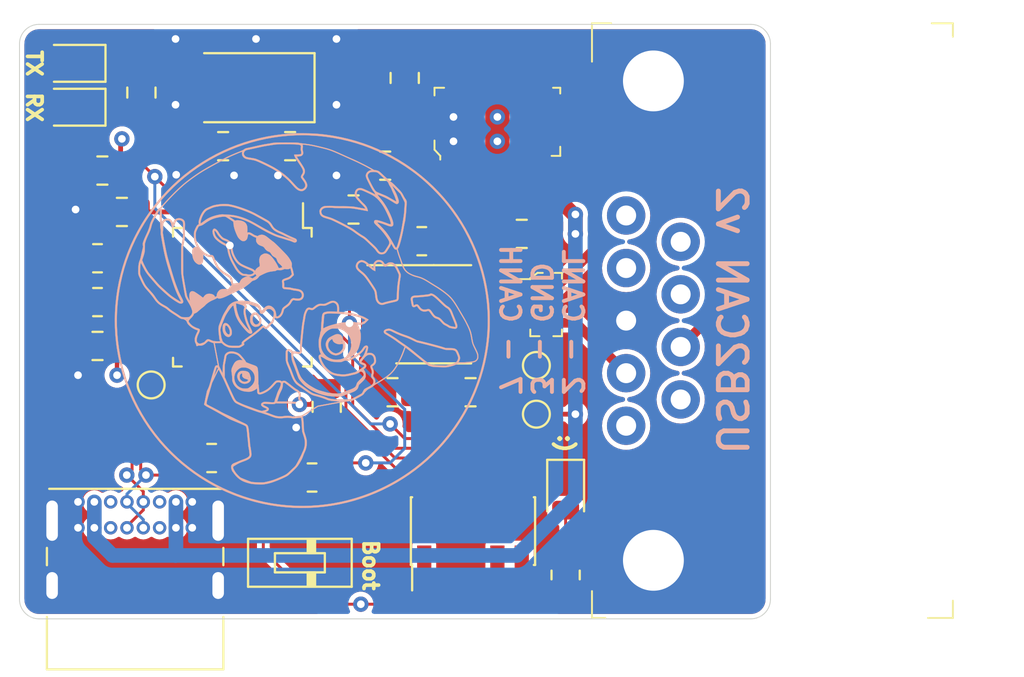
<source format=kicad_pcb>
(kicad_pcb (version 20211014) (generator pcbnew)
  (layers (0 "F.Cu" signal) (1 "In1.Cu" signal) (2 "In2.Cu" signal) (31 "B.Cu" signal) (34 "B.Paste" user) (35 "F.Paste" user) (36 "B.SilkS" user "B.Silkscreen") (37 "F.SilkS" user "F.Silkscreen") (38 "B.Mask" user) (39 "F.Mask" user) (44 "Edge.Cuts" user))
  (net 0 "")
  (net 1 "GND")
  (net 2 "+5V")
  (net 3 "+3V3")
  (net 4 "/NRST")
  (net 5 "Net-(C6-Pad1)")
  (net 6 "Net-(C7-Pad1)")
  (net 7 "Net-(D1-Pad2)")
  (net 8 "Net-(D2-Pad2)")
  (net 9 "Net-(D3-Pad2)")
  (net 10 "/CAN_H")
  (net 11 "/CAN_L")
  (net 25 "Net-(R9-Pad1)")
  (net 27 "/SWO")
  (net 28 "/SWCLK")
  (net 29 "/SWDIO")
  (net 30 "/CAN_TX")
  (net 31 "/LED2")
  (net 32 "/LED1")
  (net 33 "Net-(R9-Pad2)")
  (net 34 "/CAN_RX")
  (net 58 "/USB_D+")
  (net 59 "/USB_D-")
  (net 60 "Net-(TP1-Pad1)")
  (footprint "Capacitor_SMD:C_0805_2012Metric" (layer "F.Cu") (at 154.686 98.298 180)
    (fp_text reference "C3" hide)
    (fp_text value "100nF" hide)
    (pad "1" smd roundrect locked (at -0.95 0 180) (size 1 1.45) (layers "F.Cu" "F.Paste" "F.Mask") (net 2 "+5V"))
    (pad "2" smd roundrect locked (at 0.95 0 180) (size 1 1.45) (layers "F.Cu" "F.Paste" "F.Mask") (net 1 "GND"))
  )
  (footprint "Capacitor_SMD:C_0805_2012Metric" (layer "F.Cu") (at 148.59 90.17 -90)
    (fp_text reference "C5" hide)
    (fp_text value "10uF" hide)
    (pad "1" smd roundrect locked (at -0.95 0 270) (size 1 1.45) (layers "F.Cu" "F.Paste" "F.Mask") (net 3 "+3V3"))
    (pad "2" smd roundrect locked (at 0.95 0 270) (size 1 1.45) (layers "F.Cu" "F.Paste" "F.Mask") (net 1 "GND"))
  )
  (footprint "digikey-footprints:SOT-223" (layer "F.Cu") (at 153.416 92.456)
    (fp_text reference "U2" hide)
    (fp_text value "LD1117S33CTR" hide)
    (pad "1" smd rect locked (at -2.3 3.15) (size 1.5 2.2) (layers "F.Cu" "F.Paste" "F.Mask") (net 1 "GND"))
    (pad "2" smd rect locked (at 0 3.15) (size 1.5 2.2) (layers "F.Cu" "F.Paste" "F.Mask") (net 3 "+3V3"))
    (pad "3" smd rect locked (at 2.3 3.15) (size 1.5 2.2) (layers "F.Cu" "F.Paste" "F.Mask") (net 2 "+5V"))
    (pad "4" smd rect locked (at 0 -3.15) (size 3.8 2.2) (layers "F.Cu" "F.Paste" "F.Mask") (net 3 "+3V3"))
  )
  (footprint "Capacitor_SMD:C_0805_2012Metric" (layer "F.Cu") (at 134.874 90.932 90)
    (fp_text reference "C4" hide)
    (fp_text value "100nF" hide)
    (pad "1" smd roundrect locked (at -0.95 0 90) (size 1 1.45) (layers "F.Cu" "F.Paste" "F.Mask") (net 4 "/NRST"))
    (pad "2" smd roundrect locked (at 0.95 0 90) (size 1 1.45) (layers "F.Cu" "F.Paste" "F.Mask") (net 1 "GND"))
  )
  (footprint "Capacitor_SMD:C_0805_2012Metric" (layer "F.Cu") (at 152.019 106.553)
    (fp_text reference "C2" hide)
    (fp_text value "100nF" hide)
    (pad "1" smd roundrect locked (at -0.95 0) (size 1 1.45) (layers "F.Cu" "F.Paste" "F.Mask") (net 3 "+3V3"))
    (pad "2" smd roundrect locked (at 0.95 0) (size 1 1.45) (layers "F.Cu" "F.Paste" "F.Mask") (net 1 "GND"))
  )
  (footprint "Capacitor_SMD:C_0805_2012Metric" (layer "F.Cu") (at 147.955 106.553 180)
    (fp_text reference "C1" hide)
    (fp_text value "100nF" hide)
    (pad "1" smd roundrect locked (at -0.95 0 180) (size 1 1.45) (layers "F.Cu" "F.Paste" "F.Mask") (net 2 "+5V"))
    (pad "2" smd roundrect locked (at 0.95 0 180) (size 1 1.45) (layers "F.Cu" "F.Paste" "F.Mask") (net 1 "GND"))
  )
  (footprint "Capacitor_SMD:C_0805_2012Metric" (layer "F.Cu") (at 145.923 97.028)
    (fp_text reference "C10" hide)
    (fp_text value "100nF" hide)
    (pad "1" smd roundrect locked (at -0.95 0) (size 1 1.45) (layers "F.Cu" "F.Paste" "F.Mask") (net 3 "+3V3"))
    (pad "2" smd roundrect locked (at 0.95 0) (size 1 1.45) (layers "F.Cu" "F.Paste" "F.Mask") (net 1 "GND"))
  )
  (footprint "Capacitor_SMD:C_0805_2012Metric" (layer "F.Cu") (at 147.574 94.742)
    (fp_text reference "C11" hide)
    (fp_text value "4.7uF" hide)
    (pad "1" smd roundrect locked (at -0.95 0) (size 1 1.45) (layers "F.Cu" "F.Paste" "F.Mask") (net 3 "+3V3"))
    (pad "2" smd roundrect locked (at 0.95 0) (size 1 1.45) (layers "F.Cu" "F.Paste" "F.Mask") (net 1 "GND"))
  )
  (footprint "LED_SMD:LED_0805_2012Metric" (layer "F.Cu") (at 131.318 89.408 180)
    (fp_text reference "D2" hide)
    (fp_text value "LED2" hide)
    (pad "1" smd roundrect locked (at -0.9375 0 180) (size 0.975 1.4) (layers "F.Cu" "F.Paste" "F.Mask") (net 1 "GND"))
    (pad "2" smd roundrect locked (at 0.9375 0 180) (size 0.975 1.4) (layers "F.Cu" "F.Paste" "F.Mask") (net 8 "Net-(D2-Pad2)"))
  )
  (footprint "digikey-footprints:SOT-23-3" (layer "F.Cu") (at 155.956 101.981)
    (fp_text reference "D4" hide)
    (fp_text value "NUP2105LT1G" hide)
    (pad "1" smd rect locked (at -1.05 -0.95) (size 1.3 0.6) (layers "F.Cu" "F.Paste" "F.Mask") (net 10 "/CAN_H"))
    (pad "2" smd rect locked (at -1.05 0.95) (size 1.3 0.6) (layers "F.Cu" "F.Paste" "F.Mask") (net 11 "/CAN_L"))
    (pad "3" smd rect locked (at 1.05 0) (size 1.3 0.6) (layers "F.Cu" "F.Paste" "F.Mask") (net 1 "GND"))
  )
  (footprint "Connector_USB:USB_C_Receptacle_GCT_USB4085" (layer "F.Cu") (at 131.572 112.268)
    (fp_text reference "J1" hide)
    (fp_text value "USB_C_Receptacle_USB2.0" hide)
    (pad "A1" thru_hole circle locked (at 0 0) (size 0.7 0.7) (drill 0.4) (layers *.Cu *.Mask) (net 1 "GND"))
    (pad "A4" thru_hole circle locked (at 0.85 0) (size 0.7 0.7) (drill 0.4) (layers *.Cu *.Mask) (net 2 "+5V"))
    (pad "A5" thru_hole circle locked (at 1.7 0) (size 0.7 0.7) (drill 0.4) (layers *.Cu *.Mask))
    (pad "A6" thru_hole circle locked (at 2.55 0) (size 0.7 0.7) (drill 0.4) (layers *.Cu *.Mask) (net 58 "/USB_D+"))
    (pad "A7" thru_hole circle locked (at 3.4 0) (size 0.7 0.7) (drill 0.4) (layers *.Cu *.Mask) (net 59 "/USB_D-"))
    (pad "A8" thru_hole circle locked (at 4.25 0) (size 0.7 0.7) (drill 0.4) (layers *.Cu *.Mask))
    (pad "A9" thru_hole circle locked (at 5.1 0) (size 0.7 0.7) (drill 0.4) (layers *.Cu *.Mask) (net 2 "+5V"))
    (pad "A12" thru_hole circle locked (at 5.95 0) (size 0.7 0.7) (drill 0.4) (layers *.Cu *.Mask) (net 1 "GND"))
    (pad "B1" thru_hole circle locked (at 5.95 1.35) (size 0.7 0.7) (drill 0.4) (layers *.Cu *.Mask) (net 1 "GND"))
    (pad "B4" thru_hole circle locked (at 5.1 1.35) (size 0.7 0.7) (drill 0.4) (layers *.Cu *.Mask) (net 2 "+5V"))
    (pad "B5" thru_hole circle locked (at 4.25 1.35) (size 0.7 0.7) (drill 0.4) (layers *.Cu *.Mask))
    (pad "B6" thru_hole circle locked (at 3.4 1.35) (size 0.7 0.7) (drill 0.4) (layers *.Cu *.Mask) (net 58 "/USB_D+"))
    (pad "B7" thru_hole circle locked (at 2.55 1.35) (size 0.7 0.7) (drill 0.4) (layers *.Cu *.Mask) (net 59 "/USB_D-"))
    (pad "B8" thru_hole circle locked (at 1.7 1.35) (size 0.7 0.7) (drill 0.4) (layers *.Cu *.Mask))
    (pad "B9" thru_hole circle locked (at 0.85 1.35) (size 0.7 0.7) (drill 0.4) (layers *.Cu *.Mask) (net 2 "+5V"))
    (pad "B12" thru_hole circle locked (at 0 1.35) (size 0.7 0.7) (drill 0.4) (layers *.Cu *.Mask) (net 1 "GND"))
    (pad "S1" thru_hole oval locked (at -1.35 0.98) (size 0.9 2.4) (drill oval 0.6 2.1) (layers *.Cu *.Mask) (net 1 "GND"))
    (pad "S1" thru_hole oval locked (at -1.35 4.36) (size 0.9 1.7) (drill oval 0.6 1.4) (layers *.Cu *.Mask) (net 1 "GND"))
    (pad "S1" thru_hole oval locked (at 7.3 4.36) (size 0.9 1.7) (drill oval 0.6 1.4) (layers *.Cu *.Mask) (net 1 "GND"))
    (pad "S1" thru_hole oval locked (at 7.3 0.98) (size 0.9 2.4) (drill oval 0.6 2.1) (layers *.Cu *.Mask) (net 1 "GND"))
  )
  (footprint "Resistor_SMD:R_0805_2012Metric" (layer "F.Cu") (at 132.588 101.854)
    (fp_text reference "R2" hide)
    (fp_text value "1K" hide)
    (pad "1" smd roundrect locked (at -0.9125 0) (size 1.025 1.4) (layers "F.Cu" "F.Paste" "F.Mask") (roundrect_rratio 0.2439014634) (net 8 "Net-(D2-Pad2)"))
    (pad "2" smd roundrect locked (at 0.9125 0) (size 1.025 1.4) (layers "F.Cu" "F.Paste" "F.Mask") (roundrect_rratio 0.2439014634) (net 31 "/LED2"))
  )
  (footprint "Capacitor_SMD:C_0805_2012Metric" (layer "F.Cu") (at 132.588 104.14 180)
    (fp_text reference "C8" hide)
    (fp_text value "100nF" hide)
    (pad "1" smd roundrect locked (at -0.95 0 180) (size 1 1.45) (layers "F.Cu" "F.Paste" "F.Mask") (net 3 "+3V3"))
    (pad "2" smd roundrect locked (at 0.95 0 180) (size 1 1.45) (layers "F.Cu" "F.Paste" "F.Mask") (net 1 "GND"))
  )
  (footprint "Capacitor_SMD:C_0805_2012Metric" (layer "F.Cu") (at 144.526 107.315 -90)
    (fp_text reference "C9" hide)
    (fp_text value "100nF" hide)
    (pad "1" smd roundrect locked (at -0.95 0 270) (size 1 1.45) (layers "F.Cu" "F.Paste" "F.Mask") (net 3 "+3V3"))
    (pad "2" smd roundrect locked (at 0.95 0 270) (size 1 1.45) (layers "F.Cu" "F.Paste" "F.Mask") (net 1 "GND"))
  )
  (footprint "Capacitor_SMD:C_0805_2012Metric" (layer "F.Cu") (at 133.858 97.155 180)
    (fp_text reference "C12" hide)
    (fp_text value "10nF" hide)
    (pad "1" smd roundrect locked (at -0.95 0 180) (size 1 1.45) (layers "F.Cu" "F.Paste" "F.Mask") (net 3 "+3V3"))
    (pad "2" smd roundrect locked (at 0.95 0 180) (size 1 1.45) (layers "F.Cu" "F.Paste" "F.Mask") (net 1 "GND"))
  )
  (footprint "Capacitor_SMD:C_0805_2012Metric" (layer "F.Cu") (at 132.842 94.996 180)
    (fp_text reference "C13" hide)
    (fp_text value "1uF" hide)
    (pad "1" smd roundrect locked (at -0.95 0 180) (size 1 1.45) (layers "F.Cu" "F.Paste" "F.Mask") (net 3 "+3V3"))
    (pad "2" smd roundrect locked (at 0.95 0 180) (size 1 1.45) (layers "F.Cu" "F.Paste" "F.Mask") (net 1 "GND"))
  )
  (footprint "Resistor_SMD:R_0805_2012Metric" (layer "F.Cu") (at 149.479 98.679 180)
    (fp_text reference "R1" hide)
    (fp_text value "1K" hide)
    (pad "1" smd roundrect locked (at -0.9125 0 180) (size 1.025 1.4) (layers "F.Cu" "F.Paste" "F.Mask") (roundrect_rratio 0.2439014634) (net 3 "+3V3"))
    (pad "2" smd roundrect locked (at 0.9125 0 180) (size 1.025 1.4) (layers "F.Cu" "F.Paste" "F.Mask") (roundrect_rratio 0.2439014634) (net 30 "/CAN_TX"))
  )
  (footprint "Resistor_SMD:R_0805_2012Metric" (layer "F.Cu") (at 143.764 110.998)
    (fp_text reference "R9" hide)
    (fp_text value "10K" hide)
    (pad "1" smd roundrect locked (at -0.9125 0) (size 1.025 1.4) (layers "F.Cu" "F.Paste" "F.Mask") (roundrect_rratio 0.2439014634) (net 25 "Net-(R9-Pad1)"))
    (pad "2" smd roundrect locked (at 0.9125 0) (size 1.025 1.4) (layers "F.Cu" "F.Paste" "F.Mask") (roundrect_rratio 0.2439014634) (net 33 "Net-(R9-Pad2)"))
  )
  (footprint "Resistor_SMD:R_0805_2012Metric" (layer "F.Cu") (at 132.588 99.568)
    (fp_text reference "R3" hide)
    (fp_text value "1K" hide)
    (pad "1" smd roundrect locked (at -0.9125 0) (size 1.025 1.4) (layers "F.Cu" "F.Paste" "F.Mask") (roundrect_rratio 0.2439014634) (net 7 "Net-(D1-Pad2)"))
    (pad "2" smd roundrect locked (at 0.9125 0) (size 1.025 1.4) (layers "F.Cu" "F.Paste" "F.Mask") (roundrect_rratio 0.2439014634) (net 32 "/LED1"))
  )
  (footprint "SlideSwitch:CJS-1200TB" (layer "F.Cu") (at 143.129 115.443)
    (fp_text reference "SW1" hide)
    (fp_text value "SW_SPDT" hide)
    (pad "1" smd rect locked (at -1.75 1.95) (size 1 1.3) (layers "F.Cu" "F.Paste" "F.Mask") (net 1 "GND"))
    (pad "2" smd rect locked (at 0 -1.95) (size 1 1.3) (layers "F.Cu" "F.Paste" "F.Mask") (net 25 "Net-(R9-Pad1)"))
    (pad "3" smd rect locked (at 1.75 1.95) (size 1 1.3) (layers "F.Cu" "F.Paste" "F.Mask") (net 3 "+3V3"))
  )
  (footprint "Resistor_SMD:R_0805_2012Metric" (layer "F.Cu") (at 138.5335 109.982 180)
    (fp_text reference "R7" hide)
    (fp_text value "1.5K" hide)
    (pad "1" smd roundrect locked (at -0.9125 0 180) (size 1.025 1.4) (layers "F.Cu" "F.Paste" "F.Mask") (roundrect_rratio 0.2439014634) (net 3 "+3V3"))
    (pad "2" smd roundrect locked (at 0.9125 0 180) (size 1.025 1.4) (layers "F.Cu" "F.Paste" "F.Mask") (roundrect_rratio 0.2439014634) (net 58 "/USB_D+"))
  )
  (footprint "Package_QFP:LQFP-48_7x7mm_P0.5mm" (layer "F.Cu") (at 140.1318 101.6 -90)
    (fp_text reference "U3" hide)
    (fp_text value "STM32F302C8Tx" hide)
    (pad "1" smd roundrect locked (at -4.1625 -2.75 270) (size 1.475 0.3) (layers "F.Cu" "F.Paste" "F.Mask") (net 3 "+3V3"))
    (pad "2" smd roundrect locked (at -4.1625 -2.25 270) (size 1.475 0.3) (layers "F.Cu" "F.Paste" "F.Mask"))
    (pad "3" smd roundrect locked (at -4.1625 -1.75 270) (size 1.475 0.3) (layers "F.Cu" "F.Paste" "F.Mask"))
    (pad "4" smd roundrect locked (at -4.1625 -1.25 270) (size 1.475 0.3) (layers "F.Cu" "F.Paste" "F.Mask"))
    (pad "5" smd roundrect locked (at -4.1625 -0.75 270) (size 1.475 0.3) (layers "F.Cu" "F.Paste" "F.Mask") (net 5 "Net-(C6-Pad1)"))
    (pad "6" smd roundrect locked (at -4.1625 -0.25 270) (size 1.475 0.3) (layers "F.Cu" "F.Paste" "F.Mask") (net 6 "Net-(C7-Pad1)"))
    (pad "7" smd roundrect locked (at -4.1625 0.25 270) (size 1.475 0.3) (layers "F.Cu" "F.Paste" "F.Mask") (net 4 "/NRST"))
    (pad "8" smd roundrect locked (at -4.1625 0.75 270) (size 1.475 0.3) (layers "F.Cu" "F.Paste" "F.Mask") (net 1 "GND"))
    (pad "9" smd roundrect locked (at -4.1625 1.25 270) (size 1.475 0.3) (layers "F.Cu" "F.Paste" "F.Mask") (net 3 "+3V3"))
    (pad "10" smd roundrect locked (at -4.1625 1.75 270) (size 1.475 0.3) (layers "F.Cu" "F.Paste" "F.Mask"))
    (pad "11" smd roundrect locked (at -4.1625 2.25 270) (size 1.475 0.3) (layers "F.Cu" "F.Paste" "F.Mask"))
    (pad "12" smd roundrect locked (at -4.1625 2.75 270) (size 1.475 0.3) (layers "F.Cu" "F.Paste" "F.Mask"))
    (pad "13" smd roundrect locked (at -2.75 4.1625 270) (size 0.3 1.475) (layers "F.Cu" "F.Paste" "F.Mask"))
    (pad "14" smd roundrect locked (at -2.25 4.1625 270) (size 0.3 1.475) (layers "F.Cu" "F.Paste" "F.Mask"))
    (pad "15" smd roundrect locked (at -1.75 4.1625 270) (size 0.3 1.475) (layers "F.Cu" "F.Paste" "F.Mask") (net 32 "/LED1"))
    (pad "16" smd roundrect locked (at -1.25 4.1625 270) (size 0.3 1.475) (layers "F.Cu" "F.Paste" "F.Mask") (net 31 "/LED2"))
    (pad "17" smd roundrect locked (at -0.75 4.1625 270) (size 0.3 1.475) (layers "F.Cu" "F.Paste" "F.Mask"))
    (pad "18" smd roundrect locked (at -0.25 4.1625 270) (size 0.3 1.475) (layers "F.Cu" "F.Paste" "F.Mask"))
    (pad "19" smd roundrect locked (at 0.25 4.1625 270) (size 0.3 1.475) (layers "F.Cu" "F.Paste" "F.Mask"))
    (pad "20" smd roundrect locked (at 0.75 4.1625 270) (size 0.3 1.475) (layers "F.Cu" "F.Paste" "F.Mask"))
    (pad "21" smd roundrect locked (at 1.25 4.1625 270) (size 0.3 1.475) (layers "F.Cu" "F.Paste" "F.Mask"))
    (pad "22" smd roundrect locked (at 1.75 4.1625 270) (size 0.3 1.475) (layers "F.Cu" "F.Paste" "F.Mask"))
    (pad "23" smd roundrect locked (at 2.25 4.1625 270) (size 0.3 1.475) (layers "F.Cu" "F.Paste" "F.Mask") (net 1 "GND"))
    (pad "24" smd roundrect locked (at 2.75 4.1625 270) (size 0.3 1.475) (layers "F.Cu" "F.Paste" "F.Mask") (net 3 "+3V3"))
    (pad "25" smd roundrect locked (at 4.1625 2.75 270) (size 1.475 0.3) (layers "F.Cu" "F.Paste" "F.Mask") (net 60 "Net-(TP1-Pad1)"))
    (pad "26" smd roundrect locked (at 4.1625 2.25 270) (size 1.475 0.3) (layers "F.Cu" "F.Paste" "F.Mask"))
    (pad "27" smd roundrect locked (at 4.1625 1.75 270) (size 1.475 0.3) (layers "F.Cu" "F.Paste" "F.Mask"))
    (pad "28" smd roundrect locked (at 4.1625 1.25 270) (size 1.475 0.3) (layers "F.Cu" "F.Paste" "F.Mask"))
    (pad "29" smd roundrect locked (at 4.1625 0.75 270) (size 1.475 0.3) (layers "F.Cu" "F.Paste" "F.Mask"))
    (pad "30" smd roundrect locked (at 4.1625 0.25 270) (size 1.475 0.3) (layers "F.Cu" "F.Paste" "F.Mask"))
    (pad "31" smd roundrect locked (at 4.1625 -0.25 270) (size 1.475 0.3) (layers "F.Cu" "F.Paste" "F.Mask"))
    (pad "32" smd roundrect locked (at 4.1625 -0.75 270) (size 1.475 0.3) (layers "F.Cu" "F.Paste" "F.Mask") (net 59 "/USB_D-"))
    (pad "33" smd roundrect locked (at 4.1625 -1.25 270) (size 1.475 0.3) (layers "F.Cu" "F.Paste" "F.Mask") (net 58 "/USB_D+"))
    (pad "34" smd roundrect locked (at 4.1625 -1.75 270) (size 1.475 0.3) (layers "F.Cu" "F.Paste" "F.Mask") (net 29 "/SWDIO"))
    (pad "35" smd roundrect locked (at 4.1625 -2.25 270) (size 1.475 0.3) (layers "F.Cu" "F.Paste" "F.Mask") (net 1 "GND"))
    (pad "36" smd roundrect locked (at 4.1625 -2.75 270) (size 1.475 0.3) (layers "F.Cu" "F.Paste" "F.Mask") (net 3 "+3V3"))
    (pad "37" smd roundrect locked (at 2.75 -4.1625 270) (size 0.3 1.475) (layers "F.Cu" "F.Paste" "F.Mask") (net 28 "/SWCLK"))
    (pad "38" smd roundrect locked (at 2.25 -4.1625 270) (size 0.3 1.475) (layers "F.Cu" "F.Paste" "F.Mask"))
    (pad "39" smd roundrect locked (at 1.75 -4.1625 270) (size 0.3 1.475) (layers "F.Cu" "F.Paste" "F.Mask") (net 27 "/SWO"))
    (pad "40" smd roundrect locked (at 1.25 -4.1625 270) (size 0.3 1.475) (layers "F.Cu" "F.Paste" "F.Mask"))
    (pad "41" smd roundrect locked (at 0.75 -4.1625 270) (size 0.3 1.475) (layers "F.Cu" "F.Paste" "F.Mask"))
    (pad "42" smd roundrect locked (at 0.25 -4.1625 270) (size 0.3 1.475) (layers "F.Cu" "F.Paste" "F.Mask"))
    (pad "43" smd roundrect locked (at -0.25 -4.1625 270) (size 0.3 1.475) (layers "F.Cu" "F.Paste" "F.Mask"))
    (pad "44" smd roundrect locked (at -0.75 -4.1625 270) (size 0.3 1.475) (layers "F.Cu" "F.Paste" "F.Mask") (net 33 "Net-(R9-Pad2)"))
    (pad "45" smd roundrect locked (at -1.25 -4.1625 270) (size 0.3 1.475) (layers "F.Cu" "F.Paste" "F.Mask") (net 34 "/CAN_RX"))
    (pad "46" smd roundrect locked (at -1.75 -4.1625 270) (size 0.3 1.475) (layers "F.Cu" "F.Paste" "F.Mask") (net 30 "/CAN_TX"))
    (pad "47" smd roundrect locked (at -2.25 -4.1625 270) (size 0.3 1.475) (layers "F.Cu" "F.Paste" "F.Mask") (net 1 "GND"))
    (pad "48" smd roundrect locked (at -2.75 -4.1625 270) (size 0.3 1.475) (layers "F.Cu" "F.Paste" "F.Mask") (net 3 "+3V3"))
  )
  (footprint "Crystals_Modify:Crystal_SMD_5032-2Pin_5.0x3.2mm_HandSoldering" (layer "F.Cu") (at 140.843 90.678 180)
    (fp_text reference "Y1" hide)
    (fp_text value "8mHz" hide)
    (pad "1" smd rect locked (at -2.05 0 180) (size 2.4 2.4) (layers "F.Cu" "F.Paste" "F.Mask") (net 5 "Net-(C6-Pad1)"))
    (pad "2" smd rect locked (at 2.05 0 180) (size 2.4 2.4) (layers "F.Cu" "F.Paste" "F.Mask") (net 6 "Net-(C7-Pad1)"))
  )
  (footprint "Capacitor_SMD:C_0805_2012Metric" (layer "F.Cu") (at 142.621 93.726)
    (fp_text reference "C6" hide)
    (fp_text value "27pF" hide)
    (pad "1" smd roundrect locked (at -0.95 0) (size 1 1.45) (layers "F.Cu" "F.Paste" "F.Mask") (net 5 "Net-(C6-Pad1)"))
    (pad "2" smd roundrect locked (at 0.95 0) (size 1 1.45) (layers "F.Cu" "F.Paste" "F.Mask") (net 1 "GND"))
  )
  (footprint "Capacitor_SMD:C_0805_2012Metric" (layer "F.Cu") (at 139.131 93.726 180)
    (fp_text reference "C7" hide)
    (fp_text value "27pF" hide)
    (pad "1" smd roundrect locked (at -0.95 0 180) (size 1 1.45) (layers "F.Cu" "F.Paste" "F.Mask") (net 6 "Net-(C7-Pad1)"))
    (pad "2" smd roundrect locked (at 0.95 0 180) (size 1 1.45) (layers "F.Cu" "F.Paste" "F.Mask") (net 1 "GND"))
  )
  (footprint "Connector_PinHeader_1.27mm:PinHeader_2x05_P1.27mm_Vertical_SMD" (layer "F.Cu") (at 152.146 113.792 90)
    (fp_text reference "J3" hide)
    (fp_text value "SWD" hide)
    (pad "1" smd rect locked (at -1.95 -2.54 90) (size 2.4 0.74) (layers "F.Cu" "F.Paste" "F.Mask") (net 3 "+3V3"))
    (pad "2" smd rect locked (at 1.95 -2.54 90) (size 2.4 0.74) (layers "F.Cu" "F.Paste" "F.Mask") (net 29 "/SWDIO"))
    (pad "3" smd rect locked (at -1.95 -1.27 90) (size 2.4 0.74) (layers "F.Cu" "F.Paste" "F.Mask") (net 1 "GND"))
    (pad "4" smd rect locked (at 1.95 -1.27 90) (size 2.4 0.74) (layers "F.Cu" "F.Paste" "F.Mask") (net 28 "/SWCLK"))
    (pad "5" smd rect locked (at -1.95 0 90) (size 2.4 0.74) (layers "F.Cu" "F.Paste" "F.Mask") (net 1 "GND"))
    (pad "6" smd rect locked (at 1.95 0 90) (size 2.4 0.74) (layers "F.Cu" "F.Paste" "F.Mask") (net 27 "/SWO"))
    (pad "7" smd rect locked (at -1.95 1.27 90) (size 2.4 0.74) (layers "F.Cu" "F.Paste" "F.Mask"))
    (pad "8" smd rect locked (at 1.95 1.27 90) (size 2.4 0.74) (layers "F.Cu" "F.Paste" "F.Mask"))
    (pad "9" smd rect locked (at -1.95 2.54 90) (size 2.4 0.74) (layers "F.Cu" "F.Paste" "F.Mask"))
    (pad "10" smd rect locked (at 1.95 2.54 90) (size 2.4 0.74) (layers "F.Cu" "F.Paste" "F.Mask") (net 4 "/NRST"))
  )
  (footprint "digikey-footprints:DSUB-9_Jack_5747840-3" (layer "F.Cu") (at 161.544 102.8192 -90)
    (fp_text reference "J2" hide)
    (fp_text value "DB9" hide)
    (pad "1" thru_hole circle locked (at 5.48 1.42 270) (size 2 2) (drill 1.04) (layers *.Cu *.Mask))
    (pad "2" thru_hole circle locked (at 2.74 1.42 270) (size 2 2) (drill 1.04) (layers *.Cu *.Mask) (net 11 "/CAN_L"))
    (pad "3" thru_hole circle locked (at 0 1.42 270) (size 2 2) (drill 1.04) (layers *.Cu *.Mask) (net 1 "GND"))
    (pad "4" thru_hole circle locked (at -2.74 1.42 270) (size 2 2) (drill 1.04) (layers *.Cu *.Mask))
    (pad "5" thru_hole circle locked (at -5.48 1.42 270) (size 2 2) (drill 1.04) (layers *.Cu *.Mask))
    (pad "6" thru_hole circle locked (at 4.11 -1.42 270) (size 2 2) (drill 1.04) (layers *.Cu *.Mask))
    (pad "7" thru_hole circle locked (at 1.37 -1.42 270) (size 2 2) (drill 1.04) (layers *.Cu *.Mask) (net 10 "/CAN_H"))
    (pad "8" thru_hole circle locked (at -1.37 -1.42 270) (size 2 2) (drill 1.04) (layers *.Cu *.Mask))
    (pad "9" thru_hole circle locked (at -4.11 -1.42 270) (size 2 2) (drill 1.04) (layers *.Cu *.Mask))
    (pad "10" thru_hole circle locked (at -12.495 0 270) (size 3.5 3.5) (drill 3.17) (layers *.Cu *.Mask) (net 1 "GND"))
    (pad "10" thru_hole circle locked (at 12.495 0 270) (size 3.5 3.5) (drill 3.17) (layers *.Cu *.Mask) (net 1 "GND"))
  )
  (footprint "LED_SMD:LED_0805_2012Metric" (layer "F.Cu") (at 131.318 91.694 180)
    (fp_text reference "D1" hide)
    (fp_text value "LED1" hide)
    (pad "1" smd roundrect locked (at -0.9375 0 180) (size 0.975 1.4) (layers "F.Cu" "F.Paste" "F.Mask") (net 1 "GND"))
    (pad "2" smd roundrect locked (at 0.9375 0 180) (size 0.975 1.4) (layers "F.Cu" "F.Paste" "F.Mask") (net 7 "Net-(D1-Pad2)"))
  )
  (footprint "LED_SMD:LED_0805_2012Metric" (layer "F.Cu") (at 156.972 111.76 -90)
    (fp_text reference "D3" hide)
    (fp_text value "PWR" hide)
    (pad "1" smd roundrect locked (at -0.9375 0 270) (size 0.975 1.4) (layers "F.Cu" "F.Paste" "F.Mask") (net 1 "GND"))
    (pad "2" smd roundrect locked (at 0.9375 0 270) (size 0.975 1.4) (layers "F.Cu" "F.Paste" "F.Mask") (net 9 "Net-(D3-Pad2)"))
  )
  (footprint "Resistor_SMD:R_0805_2012Metric" (layer "F.Cu") (at 156.972 116.078 -90)
    (fp_text reference "R8" hide)
    (fp_text value "1K" hide)
    (pad "1" smd roundrect locked (at -0.9125 0 270) (size 1.025 1.4) (layers "F.Cu" "F.Paste" "F.Mask") (roundrect_rratio 0.2439014634) (net 9 "Net-(D3-Pad2)"))
    (pad "2" smd roundrect locked (at 0.9125 0 270) (size 1.025 1.4) (layers "F.Cu" "F.Paste" "F.Mask") (roundrect_rratio 0.2439014634) (net 3 "+3V3"))
  )
  (footprint "TestPoint:TestPoint_Pad_D1.0mm" (layer "F.Cu") (at 135.382 106.172)
    (fp_text reference "TP1" hide)
    (fp_text value "TestPoint" hide)
    (pad "1" smd circle locked (at 0 0) (size 1 1) (layers "F.Cu" "F.Mask") (net 60 "Net-(TP1-Pad1)"))
  )
  (footprint "TestPoint:TestPoint_Pad_D1.0mm" (layer "F.Cu") (at 155.448 107.696)
    (fp_text reference "TP2" hide)
    (fp_text value "5V_TestPoint" hide)
    (pad "1" smd circle locked (at 0 0) (size 1 1) (layers "F.Cu" "F.Mask") (net 2 "+5V"))
  )
  (footprint "TestPoint:TestPoint_Pad_D1.0mm" (layer "F.Cu") (at 155.448 105.156)
    (fp_text reference "TP3" hide)
    (fp_text value "3.3V_TestPoint" hide)
    (pad "1" smd circle locked (at 0 0) (size 1 1) (layers "F.Cu" "F.Mask") (net 3 "+3V3"))
  )
  (footprint "Package_SO:SOIC-8_3.9x4.9mm_P1.27mm" (layer "F.Cu") (at 150.1 102.489)
    (fp_text reference "U1" hide)
    (fp_text value "MCP2562-H-SN" hide)
    (pad "1" smd roundrect locked (at -2.475 -1.905) (size 1.95 0.6) (layers "F.Cu" "F.Paste" "F.Mask") (net 30 "/CAN_TX"))
    (pad "2" smd roundrect locked (at -2.475 -0.635) (size 1.95 0.6) (layers "F.Cu" "F.Paste" "F.Mask") (net 1 "GND"))
    (pad "3" smd roundrect locked (at -2.475 0.635) (size 1.95 0.6) (layers "F.Cu" "F.Paste" "F.Mask") (net 2 "+5V"))
    (pad "4" smd roundrect locked (at -2.475 1.905) (size 1.95 0.6) (layers "F.Cu" "F.Paste" "F.Mask") (net 34 "/CAN_RX"))
    (pad "5" smd roundrect locked (at 2.475 1.905) (size 1.95 0.6) (layers "F.Cu" "F.Paste" "F.Mask") (net 3 "+3V3"))
    (pad "6" smd roundrect locked (at 2.475 0.635) (size 1.95 0.6) (layers "F.Cu" "F.Paste" "F.Mask") (net 11 "/CAN_L"))
    (pad "7" smd roundrect locked (at 2.475 -0.635) (size 1.95 0.6) (layers "F.Cu" "F.Paste" "F.Mask") (net 10 "/CAN_H"))
    (pad "8" smd roundrect locked (at 2.475 -1.905) (size 1.95 0.6) (layers "F.Cu" "F.Paste" "F.Mask") (net 1 "GND"))
  )
  (footprint "DRTLogo:DingoFaceNoFill" (layer "B.Cu") (at 143.256 102.817202)
    (fp_text reference "G1" hide)
    (fp_text value "DRT_Logo" hide)
  )
  (gr_line (start 128.524 88.392) (end 128.524 117.348) (layer "Edge.Cuts") (width 0.05))
  (gr_line (start 129.54 118.364) (end 166.624 118.364) (layer "Edge.Cuts") (width 0.05))
  (gr_line (start 166.624 87.376) (end 129.54 87.376) (layer "Edge.Cuts") (width 0.05))
  (gr_arc (start 167.64 117.348) (mid 167.34242 118.06642) (end 166.624 118.364) (layer "Edge.Cuts") (width 0.05))
  (gr_arc (start 128.524 88.392) (mid 128.82158 87.67358) (end 129.54 87.376) (layer "Edge.Cuts") (width 0.05))
  (gr_arc (start 129.54 118.364) (mid 128.82158 118.06642) (end 128.524 117.348) (layer "Edge.Cuts") (width 0.05))
  (gr_arc (start 166.624 87.376) (mid 167.34242 87.67358) (end 167.64 88.392) (layer "Edge.Cuts") (width 0.05))
  (gr_line (start 167.64 117.348) (end 167.64 88.392) (layer "Edge.Cuts") (width 0.05))
  (gr_text "USB2CAN v2" (at 165.608 109.9462 -90) (layer "B.SilkS") (effects (font (size 1.5 1.5) (thickness 0.254)) (justify left mirror)))
  (gr_text "2 - CANL\n3 - GND\n7 - CANH" (at 155.702 106.815467 -90) (layer "B.SilkS") (effects (font (size 1.016 1.016) (thickness 0.2032)) (justify left mirror)))
  (gr_text "RX" (at 129.286 91.694 -90) (layer "F.SilkS") (effects (font (size 0.762 0.762) (thickness 0.1905))))
  (gr_text "TX" (at 129.286 89.408 -90) (layer "F.SilkS") (effects (font (size 0.762 0.762) (thickness 0.1905))))
  (gr_text ":)" (at 156.972 109.22 270) (layer "F.SilkS") (effects (font (size 0.762 0.762) (thickness 0.1905))))
  (gr_text "Boot" (at 146.812 115.57 270) (layer "F.SilkS") (effects (font (size 0.762 0.762) (thickness 0.1905))))
  (segment (start 145.034 95.25) (end 141.986 95.25) (width 0.762) (layer "F.Cu") (net 1))
  (segment (start 136.652 88.138) (end 145.034 88.138) (width 0.762) (layer "F.Cu") (net 1))
  (segment (start 142.936 108.392) (end 142.936 108.392) (width 0.25) (layer "F.Cu") (net 1))
  (segment (start 132.908 97.155) (end 131.572 97.155) (width 0.25) (layer "F.Cu") (net 1))
  (segment (start 139.3818 97.4375) (end 139.3818 98.801494) (width 0.25) (layer "F.Cu") (net 1))
  (segment (start 151.13 93.472) (end 151.13 92.202) (width 1.27) (layer "F.Cu") (net 1))
  (segment (start 136.652 93.98) (end 136.652 88.138) (width 0.762) (layer "F.Cu") (net 1))
  (segment (start 146.873 97.753) (end 146.873 97.028) (width 0.25) (layer "F.Cu") (net 1))
  (segment (start 145.276 99.35) (end 146.873 97.753) (width 0.25) (layer "F.Cu") (net 1))
  (segment (start 151.116 95.606) (end 151.116 93.486) (width 1.27) (layer "F.Cu") (net 1))
  (segment (start 139.7 95.25) (end 136.719306 95.25) (width 0.762) (layer "F.Cu") (net 1))
  (segment (start 136.906 93.726) (end 136.652 93.98) (width 0.1524) (layer "F.Cu") (net 1))
  (segment (start 159.2858 101.981) (end 160.124 102.8192) (width 0.508) (layer "F.Cu") (net 1))
  (segment (start 131.572 97.155) (end 131.445 97.028) (width 0.25) (layer "F.Cu") (net 1))
  (segment (start 142.3818 107.8378) (end 142.936 108.392) (width 0.25) (layer "F.Cu") (net 1))
  (segment (start 131.572 104.206) (end 131.638 104.14) (width 0.2286) (layer "F.Cu") (net 1))
  (segment (start 144.2943 99.35) (end 145.276 99.35) (width 0.25) (layer "F.Cu") (net 1))
  (segment (start 143.571 93.726) (end 144.907 93.726) (width 0.1524) (layer "F.Cu") (net 1))
  (segment (start 145.034 93.599) (end 145.034 95.25) (width 0.762) (layer "F.Cu") (net 1))
  (segment (start 132.908 96.012) (end 131.892 94.996) (width 0.25) (layer "F.Cu") (net 1))
  (segment (start 136.719306 95.25) (end 136.685653 95.216347) (width 0.762) (layer "F.Cu") (net 1))
  (segment (start 138.181 93.726) (end 136.906 93.726) (width 0.1524) (layer "F.Cu") (net 1))
  (segment (start 151.116 93.486) (end 151.13 93.472) (width 1.27) (layer "F.Cu") (net 1))
  (segment (start 144.907 93.726) (end 145.034 93.599) (width 0.1524) (layer "F.Cu") (net 1))
  (segment (start 132.908 97.155) (end 132.908 96.012) (width 0.25) (layer "F.Cu") (net 1))
  (segment (start 145.034 88.138) (end 145.034 93.599) (width 0.762) (layer "F.Cu") (net 1))
  (segment (start 136.652 95.182694) (end 136.685653 95.216347) (width 0.762) (layer "F.Cu") (net 1))
  (segment (start 142.3818 105.7625) (end 142.3818 107.8378) (width 0.25) (layer "F.Cu") (net 1))
  (segment (start 142.936 108.392) (end 144.526 108.392) (width 0.25) (layer "F.Cu") (net 1))
  (segment (start 136.652 93.98) (end 136.652 95.182694) (width 0.762) (layer "F.Cu") (net 1))
  (segment (start 139.3818 98.801494) (end 139.479653 98.899347) (width 0.25) (layer "F.Cu") (net 1))
  (segment (start 157.006 101.981) (end 159.2858 101.981) (width 0.508) (layer "F.Cu") (net 1))
  (segment (start 131.572 105.664) (end 131.572 104.206) (width 0.2286) (layer "F.Cu") (net 1))
  (via (at 145.034 88.138) (size 0.8) (drill 0.4) (layers "F.Cu" "B.Cu") (net 1))
  (via (at 141.986 95.25) (size 0.8) (drill 0.4) (layers "F.Cu" "B.Cu") (net 1))
  (via (at 139.7 95.25) (size 0.8) (drill 0.4) (layers "F.Cu" "B.Cu") (net 1))
  (via (at 136.652 88.138) (size 0.8) (drill 0.4) (layers "F.Cu" "B.Cu") (net 1))
  (via (at 145.034 95.25) (size 0.8) (drill 0.4) (layers "F.Cu" "B.Cu") (net 1))
  (via (at 140.843 88.138) (size 0.8) (drill 0.4) (layers "F.Cu" "B.Cu") (net 1))
  (via (at 145.034 91.567) (size 0.8) (drill 0.4) (layers "F.Cu" "B.Cu") (net 1))
  (via (at 136.652 91.567) (size 0.8) (drill 0.4) (layers "F.Cu" "B.Cu") (net 1))
  (via (at 142.936 108.392) (size 0.8) (drill 0.4) (layers "F.Cu" "B.Cu") (net 1))
  (via (at 131.445 97.028) (size 0.8) (drill 0.4) (layers "F.Cu" "B.Cu") (net 1))
  (via (at 151.13 92.202) (size 0.8) (drill 0.4) (layers "F.Cu" "B.Cu") (net 1))
  (via (at 139.479653 98.899347) (size 0.8) (drill 0.4) (layers "F.Cu" "B.Cu") (net 1))
  (via (at 136.685653 95.216347) (size 0.8) (drill 0.4) (layers "F.Cu" "B.Cu") (net 1))
  (via (at 131.572 105.664) (size 0.8) (drill 0.4) (layers "F.Cu" "B.Cu") (net 1))
  (via (at 151.13 93.472) (size 0.8) (drill 0.4) (layers "F.Cu" "B.Cu") (net 1))
  (segment (start 149.606 107.696) (end 156.21 107.696) (width 0.25) (layer "F.Cu") (net 2))
  (segment (start 148.905 106.553) (end 148.905 106.995) (width 0.25) (layer "F.Cu") (net 2))
  (segment (start 148.905 106.553) (end 149.403829 106.054171) (width 0.25) (layer "F.Cu") (net 2))
  (segment (start 155.636 98.298) (end 155.636 95.686) (width 0.25) (layer "F.Cu") (net 2))
  (segment (start 148.905 106.995) (end 149.606 107.696) (width 0.25) (layer "F.Cu") (net 2))
  (segment (start 148.614 103.124) (end 147.639 103.124) (width 0.25) (layer "F.Cu") (net 2))
  (segment (start 156.21 107.696) (end 157.48 107.696) (width 0.25) (layer "F.Cu") (net 2))
  (segment (start 149.403829 106.054171) (end 149.403829 103.913829) (width 0.25) (layer "F.Cu") (net 2))
  (segment (start 157.48 98.298) (end 157.48 97.37) (width 0.762) (layer "F.Cu") (net 2))
  (segment (start 155.636 95.686) (end 155.716 95.606) (width 0.25) (layer "F.Cu") (net 2))
  (segment (start 147.888768 103.124) (end 147.512 103.124) (width 0.25) (layer "F.Cu") (net 2))
  (segment (start 157.48 97.37) (end 155.716 95.606) (width 0.762) (layer "F.Cu") (net 2))
  (segment (start 149.403829 103.913829) (end 148.614 103.124) (width 0.25) (layer "F.Cu") (net 2))
  (via (at 157.48 97.282) (size 0.8) (drill 0.4) (layers "F.Cu" "B.Cu") (net 2))
  (via (at 157.48 107.696) (size 0.8) (drill 0.4) (layers "F.Cu" "B.Cu") (net 2))
  (via (at 157.48 98.298) (size 0.8) (drill 0.4) (layers "F.Cu" "B.Cu") (net 2))
  (segment (start 136.672 113.618) (end 136.672 115.042) (width 0.762) (layer "B.Cu") (net 2))
  (segment (start 154.432 115.062) (end 157.48 112.014) (width 0.762) (layer "B.Cu") (net 2))
  (segment (start 136.652 115.062) (end 154.432 115.062) (width 0.762) (layer "B.Cu") (net 2))
  (segment (start 133.371026 115.062) (end 136.652 115.062) (width 0.762) (layer "B.Cu") (net 2))
  (segment (start 136.672 112.268) (end 136.672 113.618) (width 0.762) (layer "B.Cu") (net 2))
  (segment (start 132.422 114.112974) (end 133.371026 115.062) (width 0.762) (layer "B.Cu") (net 2))
  (segment (start 157.48 98.298) (end 157.48 97.282) (width 0.762) (layer "B.Cu") (net 2))
  (segment (start 132.422 112.268) (end 132.422 113.618) (width 0.762) (layer "B.Cu") (net 2))
  (segment (start 157.48 108.966) (end 157.48 98.298) (width 0.762) (layer "B.Cu") (net 2))
  (segment (start 136.672 115.042) (end 136.652 115.062) (width 0.762) (layer "B.Cu") (net 2))
  (segment (start 157.48 112.014) (end 157.48 108.966) (width 0.762) (layer "B.Cu") (net 2))
  (segment (start 132.422 113.618) (end 132.422 114.112974) (width 0.762) (layer "B.Cu") (net 2))
  (segment (start 153.416 91.44) (end 153.416 93.218) (width 1.27) (layer "F.Cu") (net 3))
  (segment (start 153.416 93.218) (end 153.416 95.606) (width 1.27) (layer "F.Cu") (net 3))
  (segment (start 146.304 117.602) (end 147.746 117.602) (width 0.1524) (layer "F.Cu") (net 3))
  (segment (start 144.2943 98.85) (end 144.2943 98.6567) (width 0.25) (layer "F.Cu") (net 3))
  (segment (start 134.808 96.012) (end 133.792 94.996) (width 0.25) (layer "F.Cu") (net 3))
  (segment (start 145.088 117.602) (end 144.879 117.393) (width 0.1524) (layer "F.Cu") (net 3))
  (segment (start 152.589 104.394) (end 154.686 104.394) (width 0.1524) (layer "F.Cu") (net 3))
  (segment (start 137.05101 96.37499) (end 136.271 97.155) (width 0.25) (layer "F.Cu") (net 3))
  (segment (start 142.8818 97.4375) (end 144.5635 97.4375) (width 0.25) (layer "F.Cu") (net 3))
  (segment (start 134.808 97.155) (end 134.808 96.012) (width 0.25) (layer "F.Cu") (net 3))
  (segment (start 149.606 117.0944) (end 150.1136 117.602) (width 0.1524) (layer "F.Cu") (net 3))
  (segment (start 141.224 114.808) (end 141.224 111.76) (width 0.1524) (layer "F.Cu") (net 3))
  (segment (start 147.746 117.602) (end 149.606 115.742) (width 0.1524) (layer "F.Cu") (net 3))
  (segment (start 153.416 95.6545) (end 153.416 95.606) (width 0.25) (layer "F.Cu") (net 3))
  (segment (start 146.304 117.602) (end 145.088 117.602) (width 0.1524) (layer "F.Cu") (net 3))
  (segment (start 133.604 104.206) (end 133.538 104.14) (width 0.2286) (layer "F.Cu") (net 3))
  (segment (start 144.5635 97.4375) (end 144.973 97.028) (width 0.25) (layer "F.Cu") (net 3))
  (segment (start 138.622492 96.37499) (end 137.05101 96.37499) (width 0.25) (layer "F.Cu") (net 3))
  (segment (start 133.748 104.35) (end 133.538 104.14) (width 0.2286) (layer "F.Cu") (net 3))
  (segment (start 153.416 89.306) (end 153.416 91.44) (width 1.27) (layer "F.Cu") (net 3))
  (segment (start 138.8818 97.4375) (end 138.8818 96.634298) (width 0.25) (layer "F.Cu") (net 3))
  (segment (start 150.3915 98.679) (end 150.3915 102.700268) (width 0.25) (layer "F.Cu") (net 3))
  (segment (start 144.973 97.978) (end 144.973 97.028) (width 0.25) (layer "F.Cu") (net 3))
  (segment (start 151.069 105.787) (end 152.462 104.394) (width 0.25) (layer "F.Cu") (net 3))
  (segment (start 146.624 94.742) (end 146.624 91.54781) (width 0.25) (layer "F.Cu") (net 3))
  (segment (start 144.973 97.028) (end 146.624 95.377) (width 0.25) (layer "F.Cu") (net 3))
  (segment (start 144.879 117.393) (end 143.809 117.393) (width 0.1524) (layer "F.Cu") (net 3))
  (segment (start 133.792 93.411) (end 133.858 93.345) (width 0.25) (layer "F.Cu") (net 3))
  (segment (start 133.792 94.996) (end 133.792 93.411) (width 0.25) (layer "F.Cu") (net 3))
  (segment (start 148.59 89.22) (end 153.33 89.22) (width 0.25) (layer "F.Cu") (net 3))
  (segment (start 150.1136 117.602) (end 156.3605 117.602) (width 0.1524) (layer "F.Cu") (net 3))
  (segment (start 148.59 89.58181) (end 148.59 89.22) (width 0.25) (layer "F.Cu") (net 3))
  (segment (start 144.2943 98.6567) (end 144.973 97.978) (width 0.25) (layer "F.Cu") (net 3))
  (segment (start 149.606 115.742) (end 149.606 117.0944) (width 0.1524) (layer "F.Cu") (net 3))
  (segment (start 150.3915 98.679) (end 153.416 95.6545) (width 0.25) (layer "F.Cu") (net 3))
  (segment (start 135.9693 104.35) (end 133.748 104.35) (width 0.2286) (layer "F.Cu") (net 3))
  (segment (start 141.224 111.76) (end 139.446 109.982) (width 0.1524) (layer "F.Cu") (net 3))
  (segment (start 146.624 95.377) (end 146.624 94.742) (width 0.25) (layer "F.Cu") (net 3))
  (segment (start 151.069 106.553) (end 151.069 105.787) (width 0.25) (layer "F.Cu") (net 3))
  (segment (start 143.10681 107.188) (end 143.703 107.188) (width 0.25) (layer "F.Cu") (net 3))
  (segment (start 136.271 97.155) (end 134.808 97.155) (width 0.25) (layer "F.Cu") (net 3))
  (segment (start 143.809 117.393) (end 141.224 114.808) (width 0.1524) (layer "F.Cu") (net 3))
  (segment (start 153.33 89.22) (end 153.416 89.306) (width 0.25) (layer "F.Cu") (net 3))
  (segment (start 142.8818 105.7625) (end 143.7965 105.7625) (width 0.25) (layer "F.Cu") (net 3))
  (segment (start 152.085232 104.394) (end 152.462 104.394) (width 0.25) (layer "F.Cu") (net 3))
  (segment (start 138.8818 96.634298) (end 138.622492 96.37499) (width 0.25) (layer "F.Cu") (net 3))
  (segment (start 133.604 105.664) (end 133.604 104.206) (width 0.2286) (layer "F.Cu") (net 3))
  (segment (start 146.624 91.54781) (end 148.59 89.58181) (width 0.25) (layer "F.Cu") (net 3))
  (segment (start 154.686 104.394) (end 155.448 105.156) (width 0.1524) (layer "F.Cu") (net 3))
  (segment (start 143.703 107.188) (end 144.526 106.365) (width 0.25) (layer "F.Cu") (net 3))
  (segment (start 143.7965 105.7625) (end 144.526 106.492) (width 0.25) (layer "F.Cu") (net 3))
  (segment (start 156.3605 117.602) (end 156.972 116.9905) (width 0.1524) (layer "F.Cu") (net 3))
  (segment (start 150.3915 102.700268) (end 152.085232 104.394) (width 0.25) (layer "F.Cu") (net 3))
  (via (at 133.604 105.664) (size 0.8) (drill 0.4) (layers "F.Cu" "B.Cu") (net 3))
  (via (at 133.858 93.345) (size 0.8) (drill 0.4) (layers "F.Cu" "B.Cu") (net 3))
  (via (at 146.304 117.602) (size 0.8) (drill 0.4) (layers "F.Cu" "B.Cu") (net 3))
  (via (at 143.10681 107.188) (size 0.8) (drill 0.4) (layers "F.Cu" "B.Cu") (net 3))
  (via (at 153.416 92.202) (size 0.8) (drill 0.4) (layers "F.Cu" "B.Cu") (net 3))
  (via (at 153.416 93.472) (size 0.8) (drill 0.4) (layers "F.Cu" "B.Cu") (net 3))
  (segment (start 135.5725 95.3135) (end 134.874 94.615) (width 0.1524) (layer "F.Cu") (net 4))
  (segment (start 134.874 92.382) (end 134.874 91.882) (width 0.1524) (layer "F.Cu") (net 4))
  (segment (start 148.59 108.966) (end 153.162 108.966) (width 0.1524) (layer "F.Cu") (net 4))
  (segment (start 139.53478 95.97378) (end 136.23278 95.97378) (width 0.1524) (layer "F.Cu") (net 4))
  (segment (start 139.8818 97.4375) (end 139.8818 96.3208) (width 0.1524) (layer "F.Cu") (net 4))
  (segment (start 136.23278 95.97378) (end 135.5725 95.3135) (width 0.1524) (layer "F.Cu") (net 4))
  (segment (start 153.162 108.966) (end 154.686 110.49) (width 0.1524) (layer "F.Cu") (net 4))
  (segment (start 154.686 110.49) (end 154.686 111.842) (width 0.1524) (layer "F.Cu") (net 4))
  (segment (start 134.874 94.615) (end 134.874 92.382) (width 0.1524) (layer "F.Cu") (net 4))
  (segment (start 147.828 108.204) (end 148.59 108.966) (width 0.1524) (layer "F.Cu") (net 4))
  (segment (start 139.8818 96.3208) (end 139.53478 95.97378) (width 0.1524) (layer "F.Cu") (net 4))
  (via (at 147.828 108.204) (size 0.8) (drill 0.4) (layers "F.Cu" "B.Cu") (net 4))
  (via (at 135.5725 95.3135) (size 0.8) (drill 0.4) (layers "F.Cu" "B.Cu") (net 4))
  (segment (start 146.812 108.204) (end 135.5725 96.9645) (width 0.1524) (layer "B.Cu") (net 4))
  (segment (start 147.828 108.204) (end 146.812 108.204) (width 0.1524) (layer "B.Cu") (net 4))
  (segment (start 135.5725 96.9645) (end 135.5725 95.3135) (width 0.1524) (layer "B.Cu") (net 4))
  (segment (start 141.671 91.9) (end 142.893 90.678) (width 0.1524) (layer "F.Cu") (net 5))
  (segment (start 141.671 93.726) (end 141.671 91.9) (width 0.1524) (layer "F.Cu") (net 5))
  (segment (start 140.8818 94.5152) (end 141.671 93.726) (width 0.1524) (layer "F.Cu") (net 5))
  (segment (start 140.8818 94.5152) (end 140.8818 97.4375) (width 0.1524) (layer "F.Cu") (net 5))
  (segment (start 140.081 93.726) (end 140.081 91.966) (width 0.1524) (layer "F.Cu") (net 6))
  (segment (start 140.081 91.966) (end 138.793 90.678) (width 0.1524) (layer "F.Cu") (net 6))
  (segment (start 140.3818 94.0268) (end 140.081 93.726) (width 0.1524) (layer "F.Cu") (net 6))
  (segment (start 140.3818 97.4375) (end 140.3818 94.0268) (width 0.1524) (layer "F.Cu") (net 6))
  (segment (start 131.6755 99.568) (end 131.6755 98.7825) (width 0.1524) (layer "F.Cu") (net 7))
  (segment (start 130.3805 97.4875) (end 130.3805 91.694) (width 0.1524) (layer "F.Cu") (net 7))
  (segment (start 131.6755 98.7825) (end 130.3805 97.4875) (width 0.1524) (layer "F.Cu") (net 7))
  (segment (start 129.413 100.104) (end 129.413 90.3755) (width 0.1524) (layer "F.Cu") (net 8))
  (segment (start 129.413 90.3755) (end 130.3805 89.408) (width 0.1524) (layer "F.Cu") (net 8))
  (segment (start 131.163 101.854) (end 129.413 100.104) (width 0.1524) (layer "F.Cu") (net 8))
  (segment (start 131.6755 101.854) (end 131.163 101.854) (width 0.1524) (layer "F.Cu") (net 8))
  (segment (start 156.972 112.6975) (end 156.972 115.1655) (width 0.1524) (layer "F.Cu") (net 9))
  (segment (start 158.496 96.52) (end 159.258 95.758) (width 0.508) (layer "F.Cu") (net 10))
  (segment (start 158.496 99.06) (end 158.496 96.52) (width 0.508) (layer "F.Cu") (net 10))
  (segment (start 152.462 101.854) (end 154.083 101.854) (width 0.25) (layer "F.Cu") (net 10))
  (segment (start 156.525 101.031) (end 158.496 99.06) (width 0.508) (layer "F.Cu") (net 10))
  (segment (start 154.083 101.854) (end 154.906 101.031) (width 0.25) (layer "F.Cu") (net 10))
  (segment (start 162.814 95.758) (end 164.592 97.536) (width 0.508) (layer "F.Cu") (net 10))
  (segment (start 164.592 97.536) (end 164.592 102.5612) (width 0.508) (layer "F.Cu") (net 10))
  (segment (start 159.258 95.758) (end 162.814 95.758) (width 0.508) (layer "F.Cu") (net 10))
  (segment (start 164.592 102.5612) (end 162.964 104.1892) (width 0.508) (layer "F.Cu") (net 10))
  (segment (start 154.906 101.031) (end 156.525 101.031) (width 0.508) (layer "F.Cu") (net 10))
  (segment (start 154.906 102.931) (end 157.4958 102.931) (width 0.508) (layer "F.Cu") (net 11))
  (segment (start 152.462 103.124) (end 154.713 103.124) (width 0.25) (layer "F.Cu") (net 11))
  (segment (start 157.4958 102.931) (end 160.124 105.5592) (width 0.508) (layer "F.Cu") (net 11))
  (segment (start 154.713 103.124) (end 154.906 102.931) (width 0.25) (layer "F.Cu") (net 11))
  (segment (start 143.129 111.2755) (end 142.8515 110.998) (width 0.1524) (layer "F.Cu") (net 25))
  (segment (start 143.129 113.493) (end 143.129 111.2755) (width 0.1524) (layer "F.Cu") (net 25))
  (segment (start 148.097222 109.474) (end 151.13 109.474) (width 0.1524) (layer "F.Cu") (net 27))
  (segment (start 152.146 110.49) (end 152.146 111.842) (width 0.1524) (layer "F.Cu") (net 27))
  (segment (start 145.879621 107.256399) (end 148.097222 109.474) (width 0.1524) (layer "F.Cu") (net 27))
  (segment (start 145.028488 103.35) (end 145.879621 104.201133) (width 0.1524) (layer "F.Cu") (net 27))
  (segment (start 151.13 109.474) (end 152.146 110.49) (width 0.1524) (layer "F.Cu") (net 27))
  (segment (start 145.879621 104.201133) (end 145.879621 107.256399) (width 0.1524) (layer "F.Cu") (net 27))
  (segment (start 144.2943 103.35) (end 145.028488 103.35) (width 0.1524) (layer "F.Cu") (net 27))
  (segment (start 144.2943 104.35) (end 145.52721 105.58291) (width 0.1524) (layer "F.Cu") (net 28))
  (segment (start 145.52721 107.42681) (end 148.0824 109.982) (width 0.1524) (layer "F.Cu") (net 28))
  (segment (start 145.52721 105.58291) (end 145.52721 107.42681) (width 0.1524) (layer "F.Cu") (net 28))
  (segment (start 150.876 110.4896) (end 150.876 111.842) (width 0.1524) (layer "F.Cu") (net 28))
  (segment (start 150.3684 109.982) (end 150.876 110.4896) (width 0.1524) (layer "F.Cu") (net 28))
  (segment (start 148.0824 109.982) (end 150.3684 109.982) (width 0.1524) (layer "F.Cu") (net 28))
  (segment (start 146.694616 109.093) (end 149.443616 111.842) (width 0.1524) (layer "F.Cu") (net 29))
  (segment (start 141.8818 105.7625) (end 141.8818 108.4808) (width 0.1524) (layer "F.Cu") (net 29))
  (segment (start 141.8818 108.4808) (end 142.494 109.093) (width 0.1524) (layer "F.Cu") (net 29))
  (segment (start 149.443616 111.842) (end 149.606 111.842) (width 0.1524) (layer "F.Cu") (net 29))
  (segment (start 142.494 109.093) (end 146.694616 109.093) (width 0.1524) (layer "F.Cu") (net 29))
  (segment (start 147.512 100.584) (end 147.512 99.7335) (width 0.1524) (layer "F.Cu") (net 30))
  (segment (start 146.05 100.584) (end 147.512 100.584) (width 0.1524) (layer "F.Cu") (net 30))
  (segment (start 144.2943 99.85) (end 145.316 99.85) (width 0.1524) (layer "F.Cu") (net 30))
  (segment (start 145.316 99.85) (end 146.05 100.584) (width 0.1524) (layer "F.Cu") (net 30))
  (segment (start 147.512 99.7335) (end 148.5665 98.679) (width 0.1524) (layer "F.Cu") (net 30))
  (segment (start 135.2318 100.35) (end 133.7278 101.854) (width 0.1524) (layer "F.Cu") (net 31))
  (segment (start 133.7278 101.854) (end 133.5005 101.854) (width 0.1524) (layer "F.Cu") (net 31))
  (segment (start 135.9693 100.35) (end 135.2318 100.35) (width 0.1524) (layer "F.Cu") (net 31))
  (segment (start 135.9693 99.85) (end 133.7825 99.85) (width 0.1524) (layer "F.Cu") (net 32))
  (segment (start 133.7825 99.85) (end 133.5005 99.568) (width 0.1524) (layer "F.Cu") (net 32))
  (segment (start 144.2943 100.85) (end 145.0318 100.85) (width 0.1524) (layer "F.Cu") (net 33))
  (segment (start 145.4385 110.236) (end 144.6765 110.998) (width 0.1524) (layer "F.Cu") (net 33))
  (segment (start 145.0318 100.85) (end 145.71157 101.52977) (width 0.1524) (layer "F.Cu") (net 33))
  (segment (start 145.71157 101.52977) (end 145.71157 102.957784) (width 0.1524) (layer "F.Cu") (net 33))
  (segment (start 146.558 110.236) (end 145.4385 110.236) (width 0.1524) (layer "F.Cu") (net 33))
  (via (at 145.71157 102.957784) (size 0.8) (drill 0.4) (layers "F.Cu" "B.Cu") (net 33))
  (via (at 146.558 110.236) (size 0.8) (drill 0.4) (layers "F.Cu" "B.Cu") (net 33))
  (segment (start 148.59 109.474) (end 147.828 110.236) (width 0.1524) (layer "B.Cu") (net 33))
  (segment (start 148.59 107.442) (end 148.59 109.474) (width 0.1524) (layer "B.Cu") (net 33))
  (segment (start 145.71157 102.957784) (end 145.71157 104.56357) (width 0.1524) (layer "B.Cu") (net 33))
  (segment (start 145.71157 104.56357) (end 148.59 107.442) (width 0.1524) (layer "B.Cu") (net 33))
  (segment (start 147.828 110.236) (end 146.558 110.236) (width 0.1524) (layer "B.Cu") (net 33))
  (segment (start 146.3878 103.7158) (end 147.066 104.394) (width 0.1524) (layer "F.Cu") (net 34))
  (segment (start 145.0318 100.35) (end 146.3878 101.706) (width 0.1524) (layer "F.Cu") (net 34))
  (segment (start 144.2943 100.35) (end 145.0318 100.35) (width 0.1524) (layer "F.Cu") (net 34))
  (segment (start 147.066 104.394) (end 147.512 104.394) (width 0.1524) (layer "F.Cu") (net 34))
  (segment (start 146.3878 101.706) (end 146.3878 103.7158) (width 0.1524) (layer "F.Cu") (net 34))
  (segment (start 134.837007 110.595994) (end 134.837007 110.083193) (width 0.1524) (layer "F.Cu") (net 58))
  (segment (start 140.4282 108.429) (end 141.3568 107.5004) (width 0.1524) (layer "F.Cu") (net 58))
  (segment (start 134.837007 110.083193) (end 136.4912 108.429) (width 0.1524) (layer "F.Cu") (net 58))
  (segment (start 135.112013 110.871) (end 134.837007 110.595994) (width 0.1524) (layer "F.Cu") (net 58))
  (segment (start 141.3568 105.7875) (end 141.3818 105.7625) (width 0.1524) (layer "F.Cu") (net 58))
  (segment (start 136.4912 108.429) (end 140.4282 108.429) (width 0.1524) (layer "F.Cu") (net 58))
  (segment (start 135.112013 110.871) (end 136.732 110.871) (width 0.1524) (layer "F.Cu") (net 58))
  (segment (start 141.3568 107.5004) (end 141.3568 105.7875) (width 0.1524) (layer "F.Cu") (net 58))
  (segment (start 136.732 110.871) (end 137.621 109.982) (width 0.1524) (layer "F.Cu") (net 58))
  (via (at 135.112013 110.871) (size 0.8) (drill 0.4) (layers "F.Cu" "B.Cu") (net 58))
  (segment (start 134.122 112.344778) (end 134.122 112.268) (width 0.1524) (layer "B.Cu") (net 58))
  (segment (start 134.972 113.194778) (end 134.122 112.344778) (width 0.1524) (layer "B.Cu") (net 58))
  (segment (start 134.122 111.861013) (end 135.112013 110.871) (width 0.1524) (layer "B.Cu") (net 58))
  (segment (start 134.122 112.268) (end 134.122 111.861013) (width 0.1524) (layer "B.Cu") (net 58))
  (segment (start 134.972 113.618) (end 134.972 113.194778) (width 0.1524) (layer "B.Cu") (net 58))
  (segment (start 136.3048 107.979) (end 140.2418 107.979) (width 0.1524) (layer "F.Cu") (net 59))
  (segment (start 134.122 113.541222) (end 134.972 112.691222) (width 0.1524) (layer "F.Cu") (net 59))
  (segment (start 134.122 113.618) (end 134.122 113.541222) (width 0.1524) (layer "F.Cu") (net 59))
  (segment (start 134.972 112.691222) (end 134.972 112.268) (width 0.1524) (layer "F.Cu") (net 59))
  (segment (start 140.9068 105.7875) (end 140.8818 105.7625) (width 0.1524) (layer "F.Cu") (net 59))
  (segment (start 140.9068 107.314) (end 140.9068 105.7875) (width 0.1524) (layer "F.Cu") (net 59))
  (segment (start 134.112001 110.871) (end 134.387007 110.595994) (width 0.1524) (layer "F.Cu") (net 59))
  (segment (start 140.2418 107.979) (end 140.9068 107.314) (width 0.1524) (layer "F.Cu") (net 59))
  (segment (start 134.972 111.731) (end 134.112 110.871) (width 0.1524) (layer "F.Cu") (net 59))
  (segment (start 134.387007 109.896793) (end 136.3048 107.979) (width 0.1524) (layer "F.Cu") (net 59))
  (segment (start 134.387007 110.595994) (end 134.387007 109.896793) (width 0.1524) (layer "F.Cu") (net 59))
  (segment (start 134.972 112.268) (end 134.972 111.731) (width 0.1524) (layer "F.Cu") (net 59))
  (segment (start 134.112 110.871) (end 134.112001 110.871) (width 0.1524) (layer "F.Cu") (net 59))
  (via (at 134.112 110.871) (size 0.8) (drill 0.4) (layers "F.Cu" "B.Cu") (net 59))
  (segment (start 135.7915 105.7625) (end 135.382 106.172) (width 0.1524) (layer "F.Cu") (net 60))
  (segment (start 137.3818 105.7625) (end 135.7915 105.7625) (width 0.1524) (layer "F.Cu") (net 60))
  (zone (net 1) (net_name "GND") (layer "F.Cu") (connect_pads yes (clearance 0.254)) (min_thickness 0.254) (fill yes (thermal_gap 0.508) (thermal_bridge_width 0.508))
    (polygon (pts (xy 180.848 118.872) (xy 127.508 118.872) (xy 127.508 86.36) (xy 180.848 86.36)))
  )
  (zone (net 0) (net_name "") (layers "F.Cu" "In2.Cu") (connect_pads (clearance 0)) (min_thickness 0.254)
    (keepout (tracks allowed) (vias allowed) (pads allowed) (copperpour not_allowed) (footprints allowed))
    (fill (thermal_gap 0.508) (thermal_bridge_width 0.508))
    (polygon (pts (xy 146.05 104.902) (xy 135.636 104.902) (xy 135.636 87.63) (xy 146.05 87.376)))
  )
  (zone (net 1) (net_name "GND") (layer "B.Cu") (connect_pads yes (clearance 0.254)) (min_thickness 0.254) (fill yes (thermal_gap 0.508) (thermal_bridge_width 0.508))
    (polygon (pts (xy 180.848 118.872) (xy 127.508 118.872) (xy 127.508 86.36) (xy 180.848 86.36)))
  )
)
</source>
